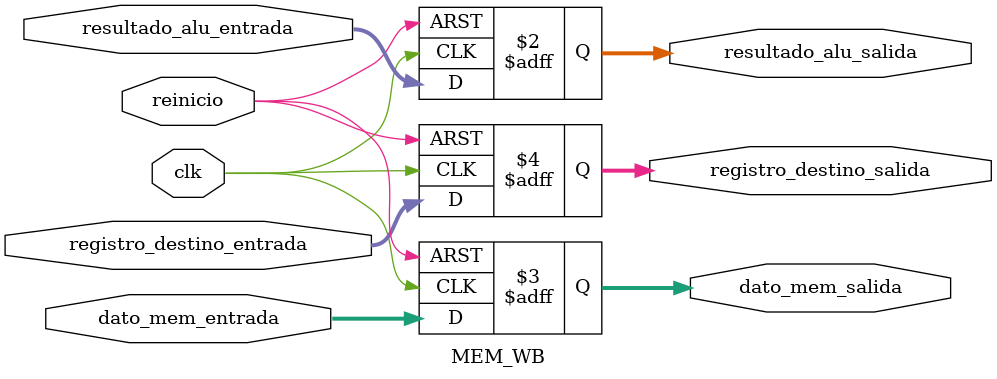
<source format=v>
module MEM_WB(
    input wire clk,
    input wire reinicio,
    input wire [31:0] resultado_alu_entrada, 
    input wire [31:0] dato_mem_entrada,     
    input wire [4:0] registro_destino_entrada, 
    output reg [31:0] resultado_alu_salida,
    output reg [31:0] dato_mem_salida,
    output reg [4:0] registro_destino_salida
);
    always @(posedge clk or posedge reinicio) begin
        if (reinicio) begin
            resultado_alu_salida <= 0;
            dato_mem_salida <= 0;
            registro_destino_salida <= 0;
        end else begin
            resultado_alu_salida <= resultado_alu_entrada;
            dato_mem_salida <= dato_mem_entrada;
            registro_destino_salida <= registro_destino_entrada;
        end
    end
endmodule


</source>
